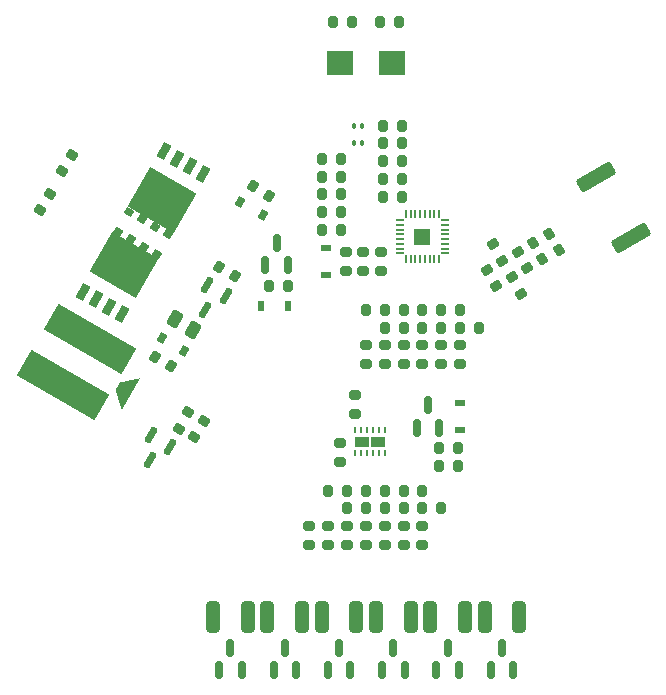
<source format=gtp>
G04 #@! TF.GenerationSoftware,KiCad,Pcbnew,8.0.4*
G04 #@! TF.CreationDate,2025-04-17T01:03:58+02:00*
G04 #@! TF.ProjectId,bms_stage_bq40z80,626d735f-7374-4616-9765-5f627134307a,rev?*
G04 #@! TF.SameCoordinates,Original*
G04 #@! TF.FileFunction,Paste,Top*
G04 #@! TF.FilePolarity,Positive*
%FSLAX46Y46*%
G04 Gerber Fmt 4.6, Leading zero omitted, Abs format (unit mm)*
G04 Created by KiCad (PCBNEW 8.0.4) date 2025-04-17 01:03:58*
%MOMM*%
%LPD*%
G01*
G04 APERTURE LIST*
G04 Aperture macros list*
%AMRoundRect*
0 Rectangle with rounded corners*
0 $1 Rounding radius*
0 $2 $3 $4 $5 $6 $7 $8 $9 X,Y pos of 4 corners*
0 Add a 4 corners polygon primitive as box body*
4,1,4,$2,$3,$4,$5,$6,$7,$8,$9,$2,$3,0*
0 Add four circle primitives for the rounded corners*
1,1,$1+$1,$2,$3*
1,1,$1+$1,$4,$5*
1,1,$1+$1,$6,$7*
1,1,$1+$1,$8,$9*
0 Add four rect primitives between the rounded corners*
20,1,$1+$1,$2,$3,$4,$5,0*
20,1,$1+$1,$4,$5,$6,$7,0*
20,1,$1+$1,$6,$7,$8,$9,0*
20,1,$1+$1,$8,$9,$2,$3,0*%
%AMRotRect*
0 Rectangle, with rotation*
0 The origin of the aperture is its center*
0 $1 length*
0 $2 width*
0 $3 Rotation angle, in degrees counterclockwise*
0 Add horizontal line*
21,1,$1,$2,0,0,$3*%
%AMFreePoly0*
4,1,9,1.300000,0.375000,1.300000,-0.375000,0.000000,-1.550000,0.000000,-0.000500,-0.000500,-0.000500,-0.000500,0.000500,0.000000,0.000500,0.000000,1.550000,1.300000,0.375000,1.300000,0.375000,$1*%
G04 Aperture macros list end*
%ADD10RoundRect,0.200000X0.200000X0.275000X-0.200000X0.275000X-0.200000X-0.275000X0.200000X-0.275000X0*%
%ADD11RoundRect,0.200000X-0.200000X-0.275000X0.200000X-0.275000X0.200000X0.275000X-0.200000X0.275000X0*%
%ADD12RoundRect,0.200000X-0.275000X0.200000X-0.275000X-0.200000X0.275000X-0.200000X0.275000X0.200000X0*%
%ADD13RoundRect,0.050000X0.100000X0.200000X-0.100000X0.200000X-0.100000X-0.200000X0.100000X-0.200000X0*%
%ADD14RoundRect,0.200000X-0.338157X0.035705X-0.138157X-0.310705X0.338157X-0.035705X0.138157X0.310705X0*%
%ADD15RoundRect,0.150000X0.150000X-0.587500X0.150000X0.587500X-0.150000X0.587500X-0.150000X-0.587500X0*%
%ADD16RoundRect,0.200000X0.138157X-0.310705X0.338157X0.035705X-0.138157X0.310705X-0.338157X-0.035705X0*%
%ADD17RoundRect,0.200000X-0.310705X-0.138157X0.035705X-0.338157X0.310705X0.138157X-0.035705X0.338157X0*%
%ADD18RotRect,0.710000X1.372000X330.000000*%
%ADD19RotRect,0.595000X0.710000X240.000000*%
%ADD20RotRect,0.656000X0.710000X240.000000*%
%ADD21RotRect,3.850000X4.520000X240.000000*%
%ADD22RoundRect,0.250000X-0.452332X-0.258461X0.002332X-0.520961X0.452332X0.258461X-0.002332X0.520961X0*%
%ADD23RoundRect,0.200000X0.275000X-0.200000X0.275000X0.200000X-0.275000X0.200000X-0.275000X-0.200000X0*%
%ADD24RotRect,0.630000X0.830000X150.000000*%
%ADD25RotRect,0.710000X1.372000X150.000000*%
%ADD26RotRect,0.595000X0.710000X60.000000*%
%ADD27RotRect,0.656000X0.710000X60.000000*%
%ADD28RotRect,3.850000X4.520000X60.000000*%
%ADD29RoundRect,0.200000X0.035705X0.338157X-0.310705X0.138157X-0.035705X-0.338157X0.310705X-0.138157X0*%
%ADD30RoundRect,0.150000X0.163846X0.583790X-0.423654X-0.433790X-0.163846X-0.583790X0.423654X0.433790X0*%
%ADD31RoundRect,0.200000X0.338157X-0.035705X0.138157X0.310705X-0.338157X0.035705X-0.138157X-0.310705X0*%
%ADD32RoundRect,0.050000X-0.050000X-0.250000X0.050000X-0.250000X0.050000X0.250000X-0.050000X0.250000X0*%
%ADD33RoundRect,0.050000X0.250000X-0.050000X0.250000X0.050000X-0.250000X0.050000X-0.250000X-0.050000X0*%
%ADD34RoundRect,0.050000X0.050000X0.250000X-0.050000X0.250000X-0.050000X-0.250000X0.050000X-0.250000X0*%
%ADD35RoundRect,0.050000X-0.250000X0.050000X-0.250000X-0.050000X0.250000X-0.050000X0.250000X0.050000X0*%
%ADD36RoundRect,0.100000X0.600000X-0.600000X0.600000X0.600000X-0.600000X0.600000X-0.600000X-0.600000X0*%
%ADD37R,1.170000X0.950000*%
%ADD38RoundRect,0.062500X0.062500X-0.187500X0.062500X0.187500X-0.062500X0.187500X-0.062500X-0.187500X0*%
%ADD39RoundRect,0.250000X0.312500X1.075000X-0.312500X1.075000X-0.312500X-1.075000X0.312500X-1.075000X0*%
%ADD40RoundRect,0.200000X-0.138157X0.310705X-0.338157X-0.035705X0.138157X-0.310705X0.338157X0.035705X0*%
%ADD41RoundRect,0.250000X1.415336X0.398566X1.052836X1.026434X-1.415336X-0.398566X-1.052836X-1.026434X0*%
%ADD42R,0.830000X0.630000*%
%ADD43RoundRect,0.200000X0.310705X0.138157X-0.035705X0.338157X-0.310705X-0.138157X0.035705X-0.338157X0*%
%ADD44R,0.630000X0.830000*%
%ADD45R,2.200000X2.150000*%
%ADD46RotRect,7.600000X2.500000X150.000000*%
%ADD47FreePoly0,150.000000*%
G04 APERTURE END LIST*
D10*
X154799999Y-106800002D03*
X153199999Y-106800002D03*
D11*
X150000000Y-91499999D03*
X151600000Y-91499999D03*
D12*
X158000000Y-94499999D03*
X158000000Y-96099999D03*
D13*
X149699999Y-77400000D03*
X148999999Y-77400000D03*
D11*
X156400000Y-91499999D03*
X158000000Y-91499999D03*
D13*
X149700000Y-75900000D03*
X149000000Y-75900000D03*
D12*
X150000000Y-109800001D03*
X150000000Y-111400001D03*
D14*
X162357180Y-88717623D03*
X163157180Y-90103263D03*
D15*
X142187501Y-121956250D03*
X144087501Y-121956250D03*
X143137501Y-120081250D03*
D10*
X147899999Y-78699998D03*
X146299999Y-78699998D03*
D15*
X160587502Y-121956248D03*
X162487502Y-121956248D03*
X161537502Y-120081248D03*
X154324996Y-101450002D03*
X156224996Y-101450002D03*
X155274996Y-99575002D03*
D16*
X124319331Y-79764125D03*
X125119331Y-78378485D03*
D15*
X155987500Y-121956251D03*
X157887500Y-121956251D03*
X156937500Y-120081251D03*
X141500000Y-87700000D03*
X143400000Y-87700000D03*
X142450000Y-85825000D03*
D17*
X140457180Y-81027756D03*
X141842820Y-81827756D03*
D18*
X126045769Y-89963848D03*
X128245473Y-91233848D03*
X127145621Y-90598848D03*
X129345325Y-91868848D03*
D19*
X132309575Y-86734617D03*
D20*
X131194473Y-86126031D03*
X130094621Y-85491031D03*
X128994769Y-84856031D03*
D21*
X129548547Y-87706858D03*
D22*
X133832957Y-92291500D03*
X135413453Y-93204000D03*
D23*
X149099997Y-100300002D03*
X149099997Y-98700002D03*
D11*
X151599998Y-93000002D03*
X153199998Y-93000002D03*
D14*
X160228592Y-88101798D03*
X161028592Y-89487438D03*
D10*
X152800000Y-67100000D03*
X151200000Y-67100000D03*
D11*
X141800000Y-89440000D03*
X143400000Y-89440000D03*
D12*
X156399999Y-94499998D03*
X156399999Y-96099998D03*
D11*
X146300000Y-80199999D03*
X147900000Y-80199999D03*
D24*
X134638823Y-94950698D03*
X132707587Y-93835698D03*
D10*
X149999999Y-108300002D03*
X148399999Y-108300002D03*
D16*
X122423225Y-83048276D03*
X123223225Y-81662636D03*
D25*
X136215325Y-79969659D03*
X134015621Y-78699659D03*
X135115473Y-79334659D03*
X132915769Y-78064659D03*
D26*
X129951519Y-83198890D03*
D27*
X131066621Y-83807476D03*
X132166473Y-84442476D03*
X133266325Y-85077476D03*
D28*
X132712547Y-82226649D03*
D29*
X166340898Y-86417623D03*
X164955258Y-87217623D03*
D12*
X154800000Y-94499998D03*
X154800000Y-96099998D03*
D23*
X154799999Y-111400001D03*
X154799999Y-109800001D03*
D30*
X133458365Y-103075000D03*
X131812917Y-102125000D03*
X131698141Y-104223798D03*
D11*
X151499999Y-77400000D03*
X153099999Y-77400000D03*
D29*
X165540897Y-85031983D03*
X164155257Y-85831983D03*
D11*
X146300000Y-84699999D03*
X147900000Y-84699999D03*
D17*
X132130384Y-95465442D03*
X133516024Y-96265442D03*
D30*
X138162852Y-90316901D03*
X136517404Y-89366901D03*
X136402628Y-91465699D03*
D12*
X151600000Y-109800003D03*
X151600000Y-111400003D03*
X145200000Y-109800001D03*
X145200000Y-111400001D03*
D31*
X161557181Y-87331981D03*
X160757181Y-85946341D03*
D32*
X153399999Y-87200000D03*
X153799999Y-87200000D03*
X154199999Y-87200000D03*
X154599999Y-87200000D03*
X154999999Y-87200000D03*
X155399999Y-87200000D03*
X155799999Y-87200000D03*
X156199999Y-87200000D03*
D33*
X156699999Y-86700000D03*
X156699999Y-86300000D03*
X156699999Y-85900000D03*
X156699999Y-85500000D03*
X156699999Y-85100000D03*
X156699999Y-84700000D03*
X156699999Y-84300000D03*
X156699999Y-83900000D03*
D34*
X156199999Y-83400000D03*
X155799999Y-83400000D03*
X155399999Y-83400000D03*
X154999999Y-83400000D03*
X154599999Y-83400000D03*
X154199999Y-83400000D03*
X153799999Y-83400000D03*
X153399999Y-83400000D03*
D35*
X152899999Y-83900000D03*
X152899999Y-84300000D03*
X152899999Y-84700000D03*
X152899999Y-85100000D03*
X152899999Y-85500000D03*
X152899999Y-85900000D03*
X152899999Y-86300000D03*
X152899999Y-86700000D03*
D36*
X154799999Y-85300000D03*
D10*
X147899999Y-83199998D03*
X146299999Y-83199998D03*
D24*
X141265618Y-83457500D03*
X139334382Y-82342500D03*
D11*
X151499999Y-75900000D03*
X153099999Y-75900000D03*
D37*
X149665000Y-102650002D03*
X151035000Y-102650002D03*
D38*
X149100000Y-103600002D03*
X149600000Y-103600002D03*
X150100000Y-103600002D03*
X150600000Y-103600002D03*
X151100000Y-103600002D03*
X151600000Y-103600002D03*
X151600000Y-101700002D03*
X151100000Y-101700002D03*
X150600000Y-101700002D03*
X150100000Y-101700002D03*
X149600000Y-101700002D03*
X149100000Y-101700002D03*
D15*
X137587501Y-121956248D03*
X139487501Y-121956248D03*
X138537501Y-120081248D03*
D10*
X156399998Y-108300001D03*
X154799998Y-108300001D03*
D39*
X149200002Y-117518749D03*
X146275002Y-117518749D03*
D12*
X153199998Y-94499998D03*
X153199998Y-96099998D03*
D23*
X151300000Y-88199998D03*
X151300000Y-86599998D03*
D39*
X140000001Y-117518752D03*
X137075001Y-117518752D03*
D40*
X136262437Y-100899999D03*
X135462437Y-102285639D03*
D41*
X172445095Y-85390403D03*
X169482595Y-80259203D03*
D23*
X149800000Y-88200000D03*
X149800000Y-86600000D03*
D39*
X158400001Y-117518750D03*
X155475001Y-117518750D03*
D11*
X151500000Y-78900000D03*
X153100000Y-78900000D03*
D15*
X146787501Y-121956250D03*
X148687501Y-121956250D03*
X147737501Y-120081250D03*
D11*
X151499999Y-81900000D03*
X153099999Y-81900000D03*
X157999998Y-93000001D03*
X159599998Y-93000001D03*
D42*
X146600000Y-86284998D03*
X146600000Y-88514998D03*
D10*
X153199999Y-108300001D03*
X151599999Y-108300001D03*
D23*
X147800000Y-104400001D03*
X147800000Y-102800001D03*
D16*
X134163399Y-101535639D03*
X134963399Y-100149999D03*
D10*
X157824995Y-103212501D03*
X156224995Y-103212501D03*
X151599999Y-106800002D03*
X149999999Y-106800002D03*
D43*
X138945448Y-88661405D03*
X137559808Y-87861405D03*
D11*
X153200000Y-91500000D03*
X154800000Y-91500000D03*
D42*
X157974993Y-101627499D03*
X157974993Y-99397499D03*
D10*
X147900000Y-81699998D03*
X146300000Y-81699998D03*
D44*
X143400000Y-91139999D03*
X141170000Y-91139999D03*
D23*
X148300000Y-88199998D03*
X148300000Y-86599998D03*
D12*
X148400000Y-109800000D03*
X148400000Y-111400000D03*
D10*
X148399999Y-106800001D03*
X146799999Y-106800001D03*
D12*
X146800000Y-109800002D03*
X146800000Y-111400002D03*
D10*
X148800000Y-67100000D03*
X147200000Y-67100000D03*
D11*
X154799999Y-92999998D03*
X156399999Y-92999998D03*
D45*
X147800000Y-70600000D03*
X152200000Y-70600000D03*
D12*
X151600000Y-94499999D03*
X151600000Y-96099999D03*
D46*
X124375162Y-97867423D03*
D47*
X130107417Y-98578866D03*
D46*
X126625162Y-93970309D03*
D15*
X151387500Y-121956250D03*
X153287500Y-121956250D03*
X152337500Y-120081250D03*
D10*
X153099997Y-80399999D03*
X151499997Y-80399999D03*
D12*
X150000000Y-94499998D03*
X150000000Y-96099998D03*
D10*
X157824993Y-104712499D03*
X156224993Y-104712499D03*
D39*
X144600000Y-117518749D03*
X141675000Y-117518749D03*
X153799998Y-117518749D03*
X150874998Y-117518749D03*
D12*
X153200000Y-109800000D03*
X153200000Y-111400000D03*
D39*
X163000002Y-117518748D03*
X160075002Y-117518748D03*
D14*
X162856221Y-86581984D03*
X163656221Y-87967624D03*
M02*

</source>
